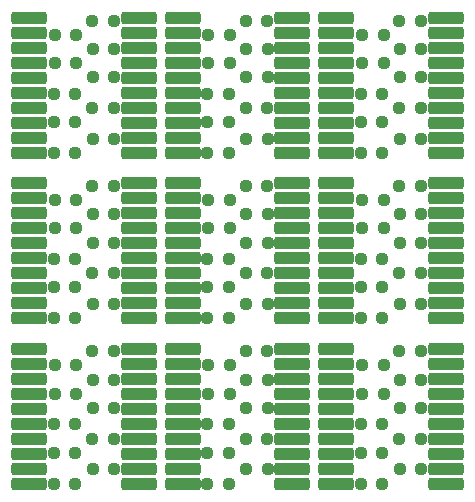
<source format=gts>
G04 #@! TF.GenerationSoftware,KiCad,Pcbnew,7.0.7*
G04 #@! TF.CreationDate,2023-11-30T18:24:32+01:00*
G04 #@! TF.ProjectId,10K_RNet,31304b5f-524e-4657-942e-6b696361645f,rev?*
G04 #@! TF.SameCoordinates,Original*
G04 #@! TF.FileFunction,Soldermask,Top*
G04 #@! TF.FilePolarity,Negative*
%FSLAX46Y46*%
G04 Gerber Fmt 4.6, Leading zero omitted, Abs format (unit mm)*
G04 Created by KiCad (PCBNEW 7.0.7) date 2023-11-30 18:24:32*
%MOMM*%
%LPD*%
G01*
G04 APERTURE LIST*
G04 Aperture macros list*
%AMRoundRect*
0 Rectangle with rounded corners*
0 $1 Rounding radius*
0 $2 $3 $4 $5 $6 $7 $8 $9 X,Y pos of 4 corners*
0 Add a 4 corners polygon primitive as box body*
4,1,4,$2,$3,$4,$5,$6,$7,$8,$9,$2,$3,0*
0 Add four circle primitives for the rounded corners*
1,1,$1+$1,$2,$3*
1,1,$1+$1,$4,$5*
1,1,$1+$1,$6,$7*
1,1,$1+$1,$8,$9*
0 Add four rect primitives between the rounded corners*
20,1,$1+$1,$2,$3,$4,$5,0*
20,1,$1+$1,$4,$5,$6,$7,0*
20,1,$1+$1,$6,$7,$8,$9,0*
20,1,$1+$1,$8,$9,$2,$3,0*%
G04 Aperture macros list end*
%ADD10RoundRect,0.237500X-0.250000X-0.237500X0.250000X-0.237500X0.250000X0.237500X-0.250000X0.237500X0*%
%ADD11RoundRect,0.275000X-1.225000X-0.275000X1.225000X-0.275000X1.225000X0.275000X-1.225000X0.275000X0*%
G04 APERTURE END LIST*
D10*
X90887500Y-71000000D03*
X92712500Y-71000000D03*
X94087500Y-74600000D03*
X95912500Y-74600000D03*
X94037500Y-69800000D03*
X95862500Y-69800000D03*
X90787500Y-76000000D03*
X92612500Y-76000000D03*
X94087500Y-79800000D03*
X95912500Y-79800000D03*
X90887500Y-73400000D03*
X92712500Y-73400000D03*
D11*
X88700000Y-69570000D03*
X88700000Y-72110000D03*
X88700000Y-73380000D03*
X88700000Y-74650000D03*
X88700000Y-75920000D03*
X88700000Y-77190000D03*
X88700000Y-78460000D03*
X88700000Y-79730000D03*
X88700000Y-81000000D03*
X98000000Y-69570000D03*
X98000000Y-70840000D03*
X98000000Y-72110000D03*
X98000000Y-73380000D03*
X98000000Y-74650000D03*
X98000000Y-75920000D03*
X98000000Y-77190000D03*
X98000000Y-78460000D03*
X98000000Y-79730000D03*
X98000000Y-81000000D03*
X88700000Y-70840000D03*
D10*
X94087500Y-72200000D03*
X95912500Y-72200000D03*
X90787500Y-78400000D03*
X92612500Y-78400000D03*
X90787500Y-81000000D03*
X92612500Y-81000000D03*
X94037500Y-77200000D03*
X95862500Y-77200000D03*
X77887500Y-71000000D03*
X79712500Y-71000000D03*
X81087500Y-74600000D03*
X82912500Y-74600000D03*
X81037500Y-69800000D03*
X82862500Y-69800000D03*
X77787500Y-76000000D03*
X79612500Y-76000000D03*
X81087500Y-79800000D03*
X82912500Y-79800000D03*
X77887500Y-73400000D03*
X79712500Y-73400000D03*
D11*
X75700000Y-69570000D03*
X75700000Y-72110000D03*
X75700000Y-73380000D03*
X75700000Y-74650000D03*
X75700000Y-75920000D03*
X75700000Y-77190000D03*
X75700000Y-78460000D03*
X75700000Y-79730000D03*
X75700000Y-81000000D03*
X85000000Y-69570000D03*
X85000000Y-70840000D03*
X85000000Y-72110000D03*
X85000000Y-73380000D03*
X85000000Y-74650000D03*
X85000000Y-75920000D03*
X85000000Y-77190000D03*
X85000000Y-78460000D03*
X85000000Y-79730000D03*
X85000000Y-81000000D03*
X75700000Y-70840000D03*
D10*
X81087500Y-72200000D03*
X82912500Y-72200000D03*
X77787500Y-78400000D03*
X79612500Y-78400000D03*
X77787500Y-81000000D03*
X79612500Y-81000000D03*
X81037500Y-77200000D03*
X82862500Y-77200000D03*
X90887500Y-57000000D03*
X92712500Y-57000000D03*
X94087500Y-60600000D03*
X95912500Y-60600000D03*
X94037500Y-55800000D03*
X95862500Y-55800000D03*
X90787500Y-62000000D03*
X92612500Y-62000000D03*
X94087500Y-65800000D03*
X95912500Y-65800000D03*
X90887500Y-59400000D03*
X92712500Y-59400000D03*
D11*
X88700000Y-55570000D03*
X88700000Y-58110000D03*
X88700000Y-59380000D03*
X88700000Y-60650000D03*
X88700000Y-61920000D03*
X88700000Y-63190000D03*
X88700000Y-64460000D03*
X88700000Y-65730000D03*
X88700000Y-67000000D03*
X98000000Y-55570000D03*
X98000000Y-56840000D03*
X98000000Y-58110000D03*
X98000000Y-59380000D03*
X98000000Y-60650000D03*
X98000000Y-61920000D03*
X98000000Y-63190000D03*
X98000000Y-64460000D03*
X98000000Y-65730000D03*
X98000000Y-67000000D03*
X88700000Y-56840000D03*
D10*
X94087500Y-58200000D03*
X95912500Y-58200000D03*
X90787500Y-64400000D03*
X92612500Y-64400000D03*
X90787500Y-67000000D03*
X92612500Y-67000000D03*
X94037500Y-63200000D03*
X95862500Y-63200000D03*
X77887500Y-57000000D03*
X79712500Y-57000000D03*
X81087500Y-60600000D03*
X82912500Y-60600000D03*
X81037500Y-55800000D03*
X82862500Y-55800000D03*
X77787500Y-62000000D03*
X79612500Y-62000000D03*
X81087500Y-65800000D03*
X82912500Y-65800000D03*
X77887500Y-59400000D03*
X79712500Y-59400000D03*
D11*
X75700000Y-55570000D03*
X75700000Y-58110000D03*
X75700000Y-59380000D03*
X75700000Y-60650000D03*
X75700000Y-61920000D03*
X75700000Y-63190000D03*
X75700000Y-64460000D03*
X75700000Y-65730000D03*
X75700000Y-67000000D03*
X85000000Y-55570000D03*
X85000000Y-56840000D03*
X85000000Y-58110000D03*
X85000000Y-59380000D03*
X85000000Y-60650000D03*
X85000000Y-61920000D03*
X85000000Y-63190000D03*
X85000000Y-64460000D03*
X85000000Y-65730000D03*
X85000000Y-67000000D03*
X75700000Y-56840000D03*
D10*
X81087500Y-58200000D03*
X82912500Y-58200000D03*
X77787500Y-64400000D03*
X79612500Y-64400000D03*
X77787500Y-67000000D03*
X79612500Y-67000000D03*
X81037500Y-63200000D03*
X82862500Y-63200000D03*
X64887500Y-71000000D03*
X66712500Y-71000000D03*
X68087500Y-74600000D03*
X69912500Y-74600000D03*
X68037500Y-69800000D03*
X69862500Y-69800000D03*
X64787500Y-76000000D03*
X66612500Y-76000000D03*
X68087500Y-79800000D03*
X69912500Y-79800000D03*
X64887500Y-73400000D03*
X66712500Y-73400000D03*
D11*
X62700000Y-69570000D03*
X62700000Y-72110000D03*
X62700000Y-73380000D03*
X62700000Y-74650000D03*
X62700000Y-75920000D03*
X62700000Y-77190000D03*
X62700000Y-78460000D03*
X62700000Y-79730000D03*
X62700000Y-81000000D03*
X72000000Y-69570000D03*
X72000000Y-70840000D03*
X72000000Y-72110000D03*
X72000000Y-73380000D03*
X72000000Y-74650000D03*
X72000000Y-75920000D03*
X72000000Y-77190000D03*
X72000000Y-78460000D03*
X72000000Y-79730000D03*
X72000000Y-81000000D03*
X62700000Y-70840000D03*
D10*
X68087500Y-72200000D03*
X69912500Y-72200000D03*
X64787500Y-78400000D03*
X66612500Y-78400000D03*
X64787500Y-81000000D03*
X66612500Y-81000000D03*
X68037500Y-77200000D03*
X69862500Y-77200000D03*
X64887500Y-57000000D03*
X66712500Y-57000000D03*
X68087500Y-60600000D03*
X69912500Y-60600000D03*
X68037500Y-55800000D03*
X69862500Y-55800000D03*
X64787500Y-62000000D03*
X66612500Y-62000000D03*
X68087500Y-65800000D03*
X69912500Y-65800000D03*
X64887500Y-59400000D03*
X66712500Y-59400000D03*
D11*
X62700000Y-55570000D03*
X62700000Y-58110000D03*
X62700000Y-59380000D03*
X62700000Y-60650000D03*
X62700000Y-61920000D03*
X62700000Y-63190000D03*
X62700000Y-64460000D03*
X62700000Y-65730000D03*
X62700000Y-67000000D03*
X72000000Y-55570000D03*
X72000000Y-56840000D03*
X72000000Y-58110000D03*
X72000000Y-59380000D03*
X72000000Y-60650000D03*
X72000000Y-61920000D03*
X72000000Y-63190000D03*
X72000000Y-64460000D03*
X72000000Y-65730000D03*
X72000000Y-67000000D03*
X62700000Y-56840000D03*
D10*
X68087500Y-58200000D03*
X69912500Y-58200000D03*
X64787500Y-64400000D03*
X66612500Y-64400000D03*
X64787500Y-67000000D03*
X66612500Y-67000000D03*
X68037500Y-63200000D03*
X69862500Y-63200000D03*
X90887500Y-43000000D03*
X92712500Y-43000000D03*
X94087500Y-46600000D03*
X95912500Y-46600000D03*
X94037500Y-41800000D03*
X95862500Y-41800000D03*
X90787500Y-48000000D03*
X92612500Y-48000000D03*
X94087500Y-51800000D03*
X95912500Y-51800000D03*
X90887500Y-45400000D03*
X92712500Y-45400000D03*
D11*
X88700000Y-41570000D03*
X88700000Y-44110000D03*
X88700000Y-45380000D03*
X88700000Y-46650000D03*
X88700000Y-47920000D03*
X88700000Y-49190000D03*
X88700000Y-50460000D03*
X88700000Y-51730000D03*
X88700000Y-53000000D03*
X98000000Y-41570000D03*
X98000000Y-42840000D03*
X98000000Y-44110000D03*
X98000000Y-45380000D03*
X98000000Y-46650000D03*
X98000000Y-47920000D03*
X98000000Y-49190000D03*
X98000000Y-50460000D03*
X98000000Y-51730000D03*
X98000000Y-53000000D03*
X88700000Y-42840000D03*
D10*
X94087500Y-44200000D03*
X95912500Y-44200000D03*
X90787500Y-50400000D03*
X92612500Y-50400000D03*
X90787500Y-53000000D03*
X92612500Y-53000000D03*
X94037500Y-49200000D03*
X95862500Y-49200000D03*
X77887500Y-43000000D03*
X79712500Y-43000000D03*
X81087500Y-46600000D03*
X82912500Y-46600000D03*
X81037500Y-41800000D03*
X82862500Y-41800000D03*
X77787500Y-48000000D03*
X79612500Y-48000000D03*
X81087500Y-51800000D03*
X82912500Y-51800000D03*
X77887500Y-45400000D03*
X79712500Y-45400000D03*
D11*
X75700000Y-41570000D03*
X75700000Y-44110000D03*
X75700000Y-45380000D03*
X75700000Y-46650000D03*
X75700000Y-47920000D03*
X75700000Y-49190000D03*
X75700000Y-50460000D03*
X75700000Y-51730000D03*
X75700000Y-53000000D03*
X85000000Y-41570000D03*
X85000000Y-42840000D03*
X85000000Y-44110000D03*
X85000000Y-45380000D03*
X85000000Y-46650000D03*
X85000000Y-47920000D03*
X85000000Y-49190000D03*
X85000000Y-50460000D03*
X85000000Y-51730000D03*
X85000000Y-53000000D03*
X75700000Y-42840000D03*
D10*
X81087500Y-44200000D03*
X82912500Y-44200000D03*
X77787500Y-50400000D03*
X79612500Y-50400000D03*
X77787500Y-53000000D03*
X79612500Y-53000000D03*
X81037500Y-49200000D03*
X82862500Y-49200000D03*
X68037500Y-49200000D03*
X69862500Y-49200000D03*
X64787500Y-53000000D03*
X66612500Y-53000000D03*
X64787500Y-50400000D03*
X66612500Y-50400000D03*
X64887500Y-43000000D03*
X66712500Y-43000000D03*
X68087500Y-44200000D03*
X69912500Y-44200000D03*
X68087500Y-51800000D03*
X69912500Y-51800000D03*
D11*
X62700000Y-41570000D03*
X62700000Y-44110000D03*
X62700000Y-45380000D03*
X62700000Y-46650000D03*
X62700000Y-47920000D03*
X62700000Y-49190000D03*
X62700000Y-50460000D03*
X62700000Y-51730000D03*
X62700000Y-53000000D03*
X72000000Y-41570000D03*
X72000000Y-42840000D03*
X72000000Y-44110000D03*
X72000000Y-45380000D03*
X72000000Y-46650000D03*
X72000000Y-47920000D03*
X72000000Y-49190000D03*
X72000000Y-50460000D03*
X72000000Y-51730000D03*
X72000000Y-53000000D03*
X62700000Y-42840000D03*
D10*
X68037500Y-41800000D03*
X69862500Y-41800000D03*
X64887500Y-45400000D03*
X66712500Y-45400000D03*
X68087500Y-46600000D03*
X69912500Y-46600000D03*
X64787500Y-48000000D03*
X66612500Y-48000000D03*
M02*

</source>
